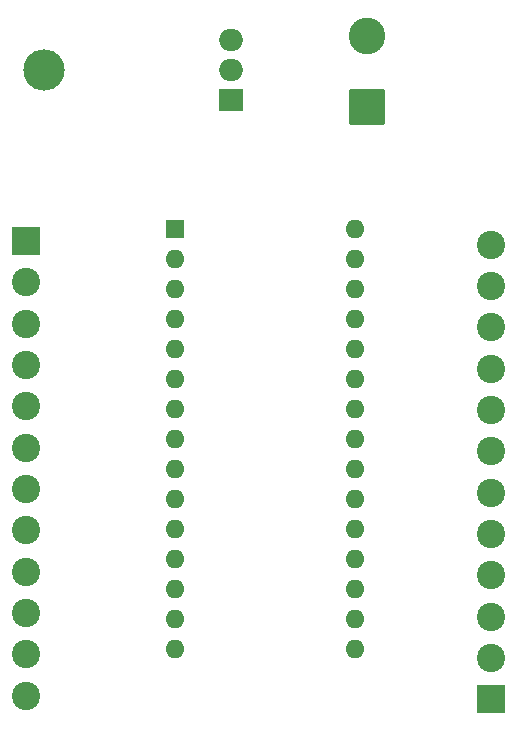
<source format=gbr>
%TF.GenerationSoftware,KiCad,Pcbnew,(6.0.7)*%
%TF.CreationDate,2022-11-28T13:46:24-06:00*%
%TF.ProjectId,Science,53636965-6e63-4652-9e6b-696361645f70,rev?*%
%TF.SameCoordinates,Original*%
%TF.FileFunction,Soldermask,Bot*%
%TF.FilePolarity,Negative*%
%FSLAX46Y46*%
G04 Gerber Fmt 4.6, Leading zero omitted, Abs format (unit mm)*
G04 Created by KiCad (PCBNEW (6.0.7)) date 2022-11-28 13:46:24*
%MOMM*%
%LPD*%
G01*
G04 APERTURE LIST*
G04 Aperture macros list*
%AMRoundRect*
0 Rectangle with rounded corners*
0 $1 Rounding radius*
0 $2 $3 $4 $5 $6 $7 $8 $9 X,Y pos of 4 corners*
0 Add a 4 corners polygon primitive as box body*
4,1,4,$2,$3,$4,$5,$6,$7,$8,$9,$2,$3,0*
0 Add four circle primitives for the rounded corners*
1,1,$1+$1,$2,$3*
1,1,$1+$1,$4,$5*
1,1,$1+$1,$6,$7*
1,1,$1+$1,$8,$9*
0 Add four rect primitives between the rounded corners*
20,1,$1+$1,$2,$3,$4,$5,0*
20,1,$1+$1,$4,$5,$6,$7,0*
20,1,$1+$1,$6,$7,$8,$9,0*
20,1,$1+$1,$8,$9,$2,$3,0*%
G04 Aperture macros list end*
%ADD10O,3.500000X3.500000*%
%ADD11R,2.000000X1.905000*%
%ADD12O,2.000000X1.905000*%
%ADD13R,2.400000X2.400000*%
%ADD14C,2.400000*%
%ADD15R,1.600000X1.600000*%
%ADD16O,1.600000X1.600000*%
%ADD17RoundRect,0.249999X1.300001X-1.300001X1.300001X1.300001X-1.300001X1.300001X-1.300001X-1.300001X0*%
%ADD18C,3.100000*%
G04 APERTURE END LIST*
D10*
%TO.C,U1*%
X113130400Y-65285600D03*
D11*
X128930400Y-67825600D03*
D12*
X128930400Y-65285600D03*
X128930400Y-62745600D03*
%TD*%
D13*
%TO.C,J1*%
X111607600Y-79757600D03*
D14*
X111607600Y-83257600D03*
X111607600Y-86757600D03*
X111607600Y-90257600D03*
X111607600Y-93757600D03*
X111607600Y-97257600D03*
X111607600Y-100757600D03*
X111607600Y-104257600D03*
X111607600Y-107757600D03*
X111607600Y-111257600D03*
X111607600Y-114757600D03*
X111607600Y-118257600D03*
%TD*%
D15*
%TO.C,A1*%
X124155200Y-78740000D03*
D16*
X124155200Y-81280000D03*
X124155200Y-83820000D03*
X124155200Y-86360000D03*
X124155200Y-88900000D03*
X124155200Y-91440000D03*
X124155200Y-93980000D03*
X124155200Y-96520000D03*
X124155200Y-99060000D03*
X124155200Y-101600000D03*
X124155200Y-104140000D03*
X124155200Y-106680000D03*
X124155200Y-109220000D03*
X124155200Y-111760000D03*
X124155200Y-114300000D03*
X139395200Y-114300000D03*
X139395200Y-111760000D03*
X139395200Y-109220000D03*
X139395200Y-106680000D03*
X139395200Y-104140000D03*
X139395200Y-101600000D03*
X139395200Y-99060000D03*
X139395200Y-96520000D03*
X139395200Y-93980000D03*
X139395200Y-91440000D03*
X139395200Y-88900000D03*
X139395200Y-86360000D03*
X139395200Y-83820000D03*
X139395200Y-81280000D03*
X139395200Y-78740000D03*
%TD*%
D13*
%TO.C,J2*%
X150928400Y-118564000D03*
D14*
X150928400Y-115064000D03*
X150928400Y-111564000D03*
X150928400Y-108064000D03*
X150928400Y-104564000D03*
X150928400Y-101064000D03*
X150928400Y-97564000D03*
X150928400Y-94064000D03*
X150928400Y-90564000D03*
X150928400Y-87064000D03*
X150928400Y-83564000D03*
X150928400Y-80064000D03*
%TD*%
D17*
%TO.C,REF\u002A\u002A*%
X140462000Y-68376800D03*
D18*
X140462000Y-62376800D03*
%TD*%
M02*

</source>
